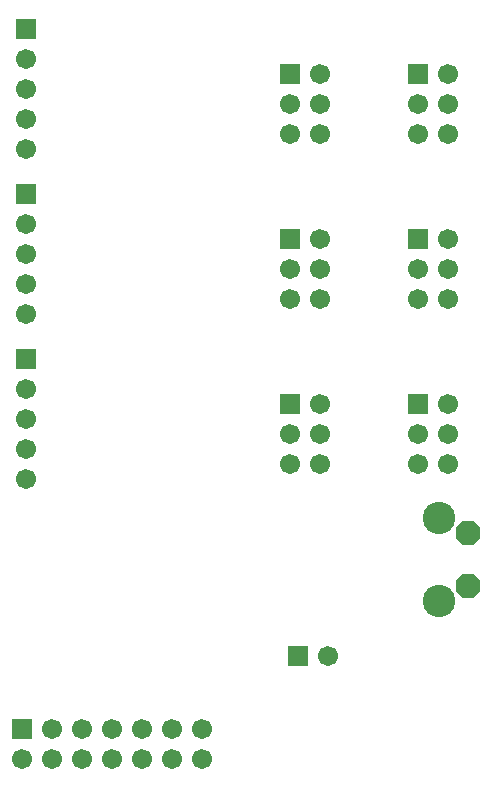
<source format=gbs>
%FSLAX23Y23*%
%MOIN*%
G70*
G01*
G75*
G04 Layer_Color=16711935*
%ADD10O,0.063X0.012*%
%ADD11O,0.012X0.063*%
%ADD12R,0.035X0.031*%
%ADD13R,0.075X0.043*%
%ADD14R,0.110X0.030*%
%ADD15R,0.039X0.059*%
%ADD16R,0.035X0.028*%
%ADD17R,0.028X0.035*%
%ADD18R,0.100X0.100*%
%ADD19O,0.010X0.030*%
%ADD20O,0.030X0.010*%
%ADD21R,0.031X0.035*%
%ADD22R,0.132X0.085*%
%ADD23C,0.010*%
%ADD24C,0.015*%
%ADD25C,0.008*%
%ADD26C,0.025*%
G04:AMPARAMS|DCode=27|XSize=70mil|YSize=70mil|CornerRadius=0mil|HoleSize=0mil|Usage=FLASHONLY|Rotation=90.000|XOffset=0mil|YOffset=0mil|HoleType=Round|Shape=Octagon|*
%AMOCTAGOND27*
4,1,8,0.018,0.035,-0.018,0.035,-0.035,0.018,-0.035,-0.018,-0.018,-0.035,0.018,-0.035,0.035,-0.018,0.035,0.018,0.018,0.035,0.0*
%
%ADD27OCTAGOND27*%

%ADD28C,0.100*%
%ADD29C,0.059*%
%ADD30R,0.059X0.059*%
%ADD31R,0.059X0.059*%
%ADD32C,0.030*%
%ADD33C,0.025*%
%ADD34C,0.020*%
%ADD35C,0.010*%
%ADD36C,0.024*%
%ADD37C,0.010*%
%ADD38C,0.006*%
%ADD39C,0.008*%
%ADD40C,0.005*%
%ADD41O,0.071X0.020*%
%ADD42O,0.020X0.071*%
%ADD43R,0.043X0.039*%
%ADD44R,0.083X0.051*%
%ADD45R,0.047X0.067*%
%ADD46R,0.043X0.036*%
%ADD47R,0.036X0.043*%
%ADD48R,0.108X0.108*%
%ADD49O,0.018X0.038*%
%ADD50O,0.038X0.018*%
%ADD51R,0.039X0.043*%
%ADD52R,0.140X0.093*%
G04:AMPARAMS|DCode=53|XSize=78mil|YSize=78mil|CornerRadius=0mil|HoleSize=0mil|Usage=FLASHONLY|Rotation=90.000|XOffset=0mil|YOffset=0mil|HoleType=Round|Shape=Octagon|*
%AMOCTAGOND53*
4,1,8,0.020,0.039,-0.020,0.039,-0.039,0.020,-0.039,-0.020,-0.020,-0.039,0.020,-0.039,0.039,-0.020,0.039,0.020,0.020,0.039,0.0*
%
%ADD53OCTAGOND53*%

%ADD54C,0.108*%
%ADD55C,0.067*%
%ADD56R,0.067X0.067*%
%ADD57R,0.067X0.067*%
%ADD58C,0.028*%
D53*
X6949Y2736D02*
D03*
Y2914D02*
D03*
D54*
X6851Y2687D02*
D03*
Y2963D02*
D03*
D55*
X6060Y2160D02*
D03*
Y2260D02*
D03*
X5960Y2160D02*
D03*
Y2260D02*
D03*
X5860Y2160D02*
D03*
Y2260D02*
D03*
X5760Y2160D02*
D03*
Y2260D02*
D03*
X5660Y2160D02*
D03*
Y2260D02*
D03*
X5560Y2160D02*
D03*
Y2260D02*
D03*
X5460Y2160D02*
D03*
X5475Y4495D02*
D03*
Y4395D02*
D03*
Y4295D02*
D03*
Y4195D02*
D03*
X6455Y4445D02*
D03*
X6355Y4345D02*
D03*
X6455D02*
D03*
X6355Y4245D02*
D03*
X6455D02*
D03*
X6880Y4445D02*
D03*
X6780Y4345D02*
D03*
X6880D02*
D03*
X6780Y4245D02*
D03*
X6880D02*
D03*
Y3895D02*
D03*
X6780Y3795D02*
D03*
X6880D02*
D03*
X6780Y3695D02*
D03*
X6880D02*
D03*
X5475Y3945D02*
D03*
Y3845D02*
D03*
Y3745D02*
D03*
Y3645D02*
D03*
X6455Y3895D02*
D03*
X6355Y3795D02*
D03*
X6455D02*
D03*
X6355Y3695D02*
D03*
X6455D02*
D03*
X6880Y3345D02*
D03*
X6780Y3245D02*
D03*
X6880D02*
D03*
X6780Y3145D02*
D03*
X6880D02*
D03*
X5475Y3395D02*
D03*
Y3295D02*
D03*
Y3195D02*
D03*
Y3095D02*
D03*
X6455Y3345D02*
D03*
X6355Y3245D02*
D03*
X6455D02*
D03*
X6355Y3145D02*
D03*
X6455D02*
D03*
X6480Y2505D02*
D03*
D56*
X5460Y2260D02*
D03*
X6380Y2505D02*
D03*
D57*
X5475Y4595D02*
D03*
X6355Y4445D02*
D03*
X6780D02*
D03*
Y3895D02*
D03*
X5475Y4045D02*
D03*
X6355Y3895D02*
D03*
X6780Y3345D02*
D03*
X5475Y3495D02*
D03*
X6355Y3345D02*
D03*
M02*

</source>
